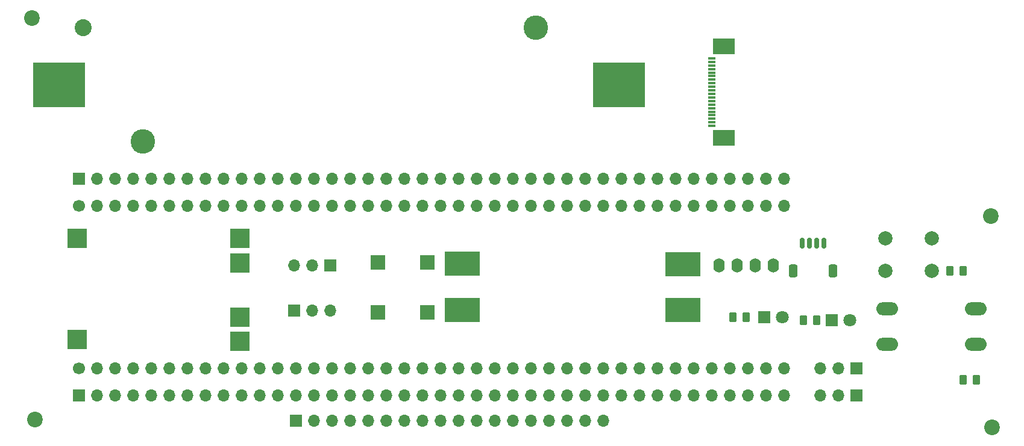
<source format=gbr>
%TF.GenerationSoftware,KiCad,Pcbnew,(7.99.0-200-gad838e3d73)*%
%TF.CreationDate,2024-03-11T18:14:05+07:00*%
%TF.ProjectId,WMS,574d532e-6b69-4636-9164-5f7063625858,rev?*%
%TF.SameCoordinates,Original*%
%TF.FileFunction,Soldermask,Top*%
%TF.FilePolarity,Negative*%
%FSLAX46Y46*%
G04 Gerber Fmt 4.6, Leading zero omitted, Abs format (unit mm)*
G04 Created by KiCad (PCBNEW (7.99.0-200-gad838e3d73)) date 2024-03-11 18:14:05*
%MOMM*%
%LPD*%
G01*
G04 APERTURE LIST*
G04 Aperture macros list*
%AMRoundRect*
0 Rectangle with rounded corners*
0 $1 Rounding radius*
0 $2 $3 $4 $5 $6 $7 $8 $9 X,Y pos of 4 corners*
0 Add a 4 corners polygon primitive as box body*
4,1,4,$2,$3,$4,$5,$6,$7,$8,$9,$2,$3,0*
0 Add four circle primitives for the rounded corners*
1,1,$1+$1,$2,$3*
1,1,$1+$1,$4,$5*
1,1,$1+$1,$6,$7*
1,1,$1+$1,$8,$9*
0 Add four rect primitives between the rounded corners*
20,1,$1+$1,$2,$3,$4,$5,0*
20,1,$1+$1,$4,$5,$6,$7,0*
20,1,$1+$1,$6,$7,$8,$9,0*
20,1,$1+$1,$8,$9,$2,$3,0*%
G04 Aperture macros list end*
%ADD10R,1.700000X1.700000*%
%ADD11O,1.700000X1.700000*%
%ADD12C,3.450000*%
%ADD13C,2.390000*%
%ADD14R,7.340000X6.350000*%
%ADD15RoundRect,0.250000X-0.262500X-0.450000X0.262500X-0.450000X0.262500X0.450000X-0.262500X0.450000X0*%
%ADD16C,2.000000*%
%ADD17R,2.000000X2.000000*%
%ADD18RoundRect,0.250000X0.262500X0.450000X-0.262500X0.450000X-0.262500X-0.450000X0.262500X-0.450000X0*%
%ADD19C,2.200000*%
%ADD20R,1.100000X0.300000*%
%ADD21R,3.100000X2.300000*%
%ADD22O,1.600000X2.000000*%
%ADD23RoundRect,0.150000X-0.150000X-0.625000X0.150000X-0.625000X0.150000X0.625000X-0.150000X0.625000X0*%
%ADD24RoundRect,0.250000X-0.350000X-0.650000X0.350000X-0.650000X0.350000X0.650000X-0.350000X0.650000X0*%
%ADD25C,1.700000*%
%ADD26R,1.800000X1.800000*%
%ADD27C,1.800000*%
%ADD28O,3.048000X1.850000*%
%ADD29R,5.000000X3.500000*%
%ADD30R,2.800000X2.800000*%
G04 APERTURE END LIST*
D10*
%TO.C,SW4*%
X110489999Y-90169999D03*
D11*
X107949999Y-90169999D03*
X105409999Y-90169999D03*
%TD*%
D10*
%TO.C,SW3*%
X105409999Y-96519999D03*
D11*
X107949999Y-96519999D03*
X110489999Y-96519999D03*
%TD*%
D12*
%TO.C,BT1*%
X84160000Y-72770000D03*
D13*
X75830000Y-56770000D03*
D12*
X139360000Y-56770000D03*
D14*
X72429999Y-64769999D03*
X151089999Y-64769999D03*
%TD*%
D15*
%TO.C,R1*%
X176991000Y-97891600D03*
X178816000Y-97891600D03*
%TD*%
D16*
%TO.C,SW2*%
X188520000Y-86396000D03*
X195020000Y-86396000D03*
X188520000Y-90896000D03*
X195020000Y-90896000D03*
%TD*%
D17*
%TO.C,BZ1*%
X117149999Y-89743399D03*
X117149999Y-96743399D03*
X124149999Y-96743399D03*
X124149999Y-89743399D03*
%TD*%
D18*
%TO.C,R3*%
X199419200Y-106222800D03*
X201244200Y-106222800D03*
%TD*%
D15*
%TO.C,R2*%
X167085000Y-97485200D03*
X168910000Y-97485200D03*
%TD*%
D19*
%TO.C,H1*%
X203276200Y-83235800D03*
%TD*%
D10*
%TO.C,J2*%
X75183999Y-108457999D03*
D11*
X77723999Y-108457999D03*
X80263999Y-108457999D03*
X82803999Y-108457999D03*
X85343999Y-108457999D03*
X87883999Y-108457999D03*
X90423999Y-108457999D03*
X92963999Y-108457999D03*
X95503999Y-108457999D03*
X98043999Y-108457999D03*
X100583999Y-108457999D03*
X103123999Y-108457999D03*
X105663999Y-108457999D03*
X108203999Y-108457999D03*
X110743999Y-108457999D03*
X113283999Y-108457999D03*
X115823999Y-108457999D03*
X118363999Y-108457999D03*
X120903999Y-108457999D03*
X123443999Y-108457999D03*
X125983999Y-108457999D03*
X128523999Y-108457999D03*
X131063999Y-108457999D03*
X133603999Y-108457999D03*
X136143999Y-108457999D03*
X138683999Y-108457999D03*
X141223999Y-108457999D03*
X143763999Y-108457999D03*
X146303999Y-108457999D03*
X148843999Y-108457999D03*
X151383999Y-108457999D03*
X153923999Y-108457999D03*
X156463999Y-108457999D03*
X159003999Y-108457999D03*
X161543999Y-108457999D03*
X164083999Y-108457999D03*
X166623999Y-108457999D03*
X169163999Y-108457999D03*
X171703999Y-108457999D03*
X174243999Y-108457999D03*
%TD*%
D20*
%TO.C,U1*%
X164058599Y-61046599D03*
X164058599Y-61546599D03*
X164058599Y-62046599D03*
X164058599Y-62546599D03*
X164058599Y-63046599D03*
X164058599Y-63546599D03*
X164058599Y-64046599D03*
X164058599Y-64546599D03*
X164058599Y-65046599D03*
X164058599Y-65546599D03*
X164058599Y-66046599D03*
X164058599Y-66546599D03*
X164058599Y-67046599D03*
X164058599Y-67546599D03*
X164058599Y-68046599D03*
X164058599Y-68546599D03*
X164058599Y-69046599D03*
X164058599Y-69546599D03*
X164058599Y-70046599D03*
X164058599Y-70546599D03*
D21*
X165758599Y-72216599D03*
X165758599Y-59376599D03*
%TD*%
D22*
%TO.C,Brd1*%
X165099999Y-90169999D03*
X167639999Y-90169999D03*
X170179999Y-90169999D03*
X172719999Y-90169999D03*
%TD*%
D10*
%TO.C,J3*%
X184403999Y-108457999D03*
D11*
X181863999Y-108457999D03*
X179323999Y-108457999D03*
%TD*%
D19*
%TO.C,H4*%
X68630800Y-55397400D03*
%TD*%
%TO.C,H2*%
X203428600Y-112979200D03*
%TD*%
D23*
%TO.C,U4*%
X176808000Y-87052400D03*
X177808000Y-87052400D03*
X178808000Y-87052400D03*
X179808000Y-87052400D03*
D24*
X175508000Y-90927400D03*
X181108000Y-90927400D03*
%TD*%
D15*
%TO.C,R4*%
X197561200Y-90906600D03*
X199386200Y-90906600D03*
%TD*%
D25*
%TO.C,U6*%
X75184000Y-81788000D03*
D11*
X77723999Y-81787999D03*
X80263999Y-81787999D03*
X82803999Y-81787999D03*
X85343999Y-81787999D03*
X87883999Y-81787999D03*
X90423999Y-81787999D03*
X92963999Y-81787999D03*
X95503999Y-81787999D03*
X98043999Y-81787999D03*
X100583999Y-81787999D03*
X103123999Y-81787999D03*
X105663999Y-81787999D03*
X108203999Y-81787999D03*
X110743999Y-81787999D03*
X113283999Y-81787999D03*
X115823999Y-81787999D03*
X118363999Y-81787999D03*
X120903999Y-81787999D03*
X123443999Y-81787999D03*
X125983999Y-81787999D03*
X128523999Y-81787999D03*
X131063999Y-81787999D03*
X133603999Y-81787999D03*
X136143999Y-81787999D03*
X138683999Y-81787999D03*
X141223999Y-81787999D03*
X143763999Y-81787999D03*
X146303999Y-81787999D03*
X148843999Y-81787999D03*
X151383999Y-81787999D03*
X153923999Y-81787999D03*
X156463999Y-81787999D03*
X159003999Y-81787999D03*
X161543999Y-81787999D03*
X164083999Y-81787999D03*
X166623999Y-81787999D03*
X169163999Y-81787999D03*
X171703999Y-81787999D03*
X174243999Y-81787999D03*
X174243999Y-104647999D03*
X171703999Y-104647999D03*
X169163999Y-104647999D03*
X166623999Y-104647999D03*
X164083999Y-104647999D03*
X161543999Y-104647999D03*
X159003999Y-104647999D03*
X156463999Y-104647999D03*
X153923999Y-104647999D03*
X151383999Y-104647999D03*
X148843999Y-104647999D03*
X146303999Y-104647999D03*
X143763999Y-104647999D03*
X141223999Y-104647999D03*
X138683999Y-104647999D03*
X136143999Y-104647999D03*
X133603999Y-104647999D03*
X131063999Y-104647999D03*
X128523999Y-104647999D03*
X125983999Y-104647999D03*
X123443999Y-104647999D03*
X120903999Y-104647999D03*
X118363999Y-104647999D03*
X115823999Y-104647999D03*
X113283999Y-104647999D03*
X110743999Y-104647999D03*
X108203999Y-104647999D03*
X105663999Y-104647999D03*
X103123999Y-104647999D03*
X100583999Y-104647999D03*
X98043999Y-104647999D03*
X95503999Y-104647999D03*
X92963999Y-104647999D03*
X90423999Y-104647999D03*
X87883999Y-104647999D03*
X85343999Y-104647999D03*
X82803999Y-104647999D03*
X80263999Y-104647999D03*
X77723999Y-104647999D03*
D25*
X75184000Y-104648000D03*
D11*
X179323999Y-104647999D03*
X181863999Y-104647999D03*
D10*
X184403999Y-104647999D03*
%TD*%
D26*
%TO.C,D1*%
X180944599Y-97891599D03*
D27*
X183484600Y-97891600D03*
%TD*%
D19*
%TO.C,H3*%
X69011800Y-111887000D03*
%TD*%
D26*
%TO.C,D2*%
X171449999Y-97485199D03*
D27*
X173990000Y-97485200D03*
%TD*%
D28*
%TO.C,SW1*%
X188721999Y-96305999D03*
X201221999Y-96305999D03*
X188721999Y-101305999D03*
X201221999Y-101305999D03*
%TD*%
D10*
%TO.C,U5*%
X105663999Y-112013999D03*
D11*
X108203999Y-112013999D03*
X110743999Y-112013999D03*
X113283999Y-112013999D03*
X115823999Y-112013999D03*
X118363999Y-112013999D03*
X120903999Y-112013999D03*
X123443999Y-112013999D03*
X125983999Y-112013999D03*
X128523999Y-112013999D03*
X131063999Y-112013999D03*
X133603999Y-112013999D03*
X136143999Y-112013999D03*
X138683999Y-112013999D03*
X141223999Y-112013999D03*
X143763999Y-112013999D03*
X146303999Y-112013999D03*
X148843999Y-112013999D03*
%TD*%
D10*
%TO.C,J1*%
X75183999Y-77977999D03*
D11*
X77723999Y-77977999D03*
X80263999Y-77977999D03*
X82803999Y-77977999D03*
X85343999Y-77977999D03*
X87883999Y-77977999D03*
X90423999Y-77977999D03*
X92963999Y-77977999D03*
X95503999Y-77977999D03*
X98043999Y-77977999D03*
X100583999Y-77977999D03*
X103123999Y-77977999D03*
X105663999Y-77977999D03*
X108203999Y-77977999D03*
X110743999Y-77977999D03*
X113283999Y-77977999D03*
X115823999Y-77977999D03*
X118363999Y-77977999D03*
X120903999Y-77977999D03*
X123443999Y-77977999D03*
X125983999Y-77977999D03*
X128523999Y-77977999D03*
X131063999Y-77977999D03*
X133603999Y-77977999D03*
X136143999Y-77977999D03*
X138683999Y-77977999D03*
X141223999Y-77977999D03*
X143763999Y-77977999D03*
X146303999Y-77977999D03*
X148843999Y-77977999D03*
X151383999Y-77977999D03*
X153923999Y-77977999D03*
X156463999Y-77977999D03*
X159003999Y-77977999D03*
X161543999Y-77977999D03*
X164083999Y-77977999D03*
X166623999Y-77977999D03*
X169163999Y-77977999D03*
X171703999Y-77977999D03*
X174243999Y-77977999D03*
%TD*%
D29*
%TO.C,U3*%
X160019999Y-89965999D03*
X160019999Y-96415999D03*
X129019999Y-96415999D03*
X129019999Y-89915999D03*
%TD*%
D30*
%TO.C,U2*%
X74929999Y-86359999D03*
X74929999Y-100559999D03*
X97829999Y-86359999D03*
X97829999Y-100859999D03*
X97829999Y-89859999D03*
X97829999Y-97459999D03*
%TD*%
M02*

</source>
